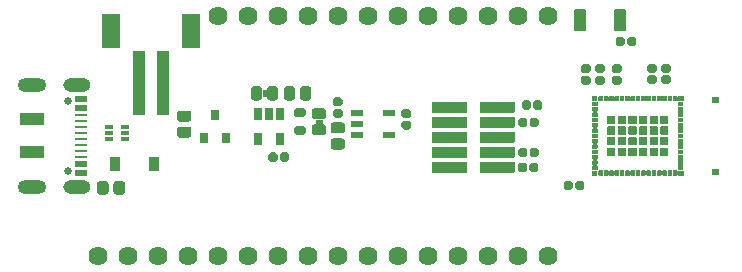
<source format=gbr>
%TF.GenerationSoftware,KiCad,Pcbnew,(5.1.9)-1*%
%TF.CreationDate,2021-04-07T15:03:24-04:00*%
%TF.ProjectId,Finch-Feather,46696e63-682d-4466-9561-746865722e6b,rev?*%
%TF.SameCoordinates,Original*%
%TF.FileFunction,Soldermask,Top*%
%TF.FilePolarity,Negative*%
%FSLAX46Y46*%
G04 Gerber Fmt 4.6, Leading zero omitted, Abs format (unit mm)*
G04 Created by KiCad (PCBNEW (5.1.9)-1) date 2021-04-07 15:03:24*
%MOMM*%
%LPD*%
G01*
G04 APERTURE LIST*
%ADD10C,0.050000*%
%ADD11R,0.650000X1.060000*%
%ADD12R,1.600000X3.000000*%
%ADD13R,1.000000X5.500000*%
%ADD14R,0.900000X1.200000*%
%ADD15R,0.800000X0.900000*%
%ADD16R,1.000001X0.599999*%
%ADD17C,1.620000*%
%ADD18O,2.400000X1.200000*%
%ADD19O,2.316000X1.158000*%
%ADD20C,0.630000*%
%ADD21R,2.000000X1.000000*%
%ADD22C,0.600000*%
%ADD23R,1.000000X0.270000*%
%ADD24R,1.000000X0.520000*%
%ADD25R,0.750000X0.350000*%
G04 APERTURE END LIST*
D10*
%TO.C,C3*%
X140875000Y-96146000D02*
X140875000Y-96654000D01*
X140875000Y-96654000D02*
X141125000Y-96654000D01*
X141125000Y-96654000D02*
X141125000Y-96146000D01*
X141125000Y-96146000D02*
X140875000Y-96146000D01*
X141075000Y-96654000D02*
X141075000Y-96146000D01*
X141025000Y-96654000D02*
X141025000Y-96146000D01*
X140975000Y-96654000D02*
X140975000Y-96146000D01*
X140925000Y-96654000D02*
X140925000Y-96146000D01*
%TO.C,C2*%
X145346000Y-98925000D02*
X145854000Y-98925000D01*
X145854000Y-98925000D02*
X145854000Y-98675000D01*
X145854000Y-98675000D02*
X145346000Y-98675000D01*
X145346000Y-98675000D02*
X145346000Y-98925000D01*
X145854000Y-98725000D02*
X145346000Y-98725000D01*
X145854000Y-98775000D02*
X145346000Y-98775000D01*
X145854000Y-98825000D02*
X145346000Y-98825000D01*
X145854000Y-98875000D02*
X145346000Y-98875000D01*
%TD*%
D11*
%TO.C,U3*%
X142350000Y-98100000D03*
X141400000Y-98100000D03*
X140450000Y-98100000D03*
X140450000Y-100300000D03*
X142350000Y-100300000D03*
%TD*%
D12*
%TO.C,T5*%
X134800000Y-91075000D03*
X128000000Y-91075000D03*
D13*
X132400000Y-95475000D03*
X130400000Y-95475000D03*
%TD*%
%TO.C,R9*%
G36*
G01*
X134566000Y-98792000D02*
X133834000Y-98792000D01*
G75*
G02*
X133598000Y-98556000I0J236000D01*
G01*
X133598000Y-98084000D01*
G75*
G02*
X133834000Y-97848000I236000J0D01*
G01*
X134566000Y-97848000D01*
G75*
G02*
X134802000Y-98084000I0J-236000D01*
G01*
X134802000Y-98556000D01*
G75*
G02*
X134566000Y-98792000I-236000J0D01*
G01*
G37*
G36*
G01*
X134566000Y-100152000D02*
X133834000Y-100152000D01*
G75*
G02*
X133598000Y-99916000I0J236000D01*
G01*
X133598000Y-99444000D01*
G75*
G02*
X133834000Y-99208000I236000J0D01*
G01*
X134566000Y-99208000D01*
G75*
G02*
X134802000Y-99444000I0J-236000D01*
G01*
X134802000Y-99916000D01*
G75*
G02*
X134566000Y-100152000I-236000J0D01*
G01*
G37*
%TD*%
D14*
%TO.C,D3*%
X131650000Y-102400000D03*
X128350000Y-102400000D03*
%TD*%
%TO.C,R8*%
G36*
G01*
X146834000Y-100208000D02*
X147566000Y-100208000D01*
G75*
G02*
X147802000Y-100444000I0J-236000D01*
G01*
X147802000Y-100916000D01*
G75*
G02*
X147566000Y-101152000I-236000J0D01*
G01*
X146834000Y-101152000D01*
G75*
G02*
X146598000Y-100916000I0J236000D01*
G01*
X146598000Y-100444000D01*
G75*
G02*
X146834000Y-100208000I236000J0D01*
G01*
G37*
G36*
G01*
X146834000Y-98848000D02*
X147566000Y-98848000D01*
G75*
G02*
X147802000Y-99084000I0J-236000D01*
G01*
X147802000Y-99556000D01*
G75*
G02*
X147566000Y-99792000I-236000J0D01*
G01*
X146834000Y-99792000D01*
G75*
G02*
X146598000Y-99556000I0J236000D01*
G01*
X146598000Y-99084000D01*
G75*
G02*
X146834000Y-98848000I236000J0D01*
G01*
G37*
%TD*%
D15*
%TO.C,Q1*%
X135850000Y-100200000D03*
X137750000Y-100200000D03*
X136800000Y-98200000D03*
%TD*%
D16*
%TO.C,U2*%
X151574999Y-98049999D03*
X151574999Y-99949998D03*
X148824999Y-99949998D03*
X148824999Y-99000000D03*
X148824999Y-98049999D03*
%TD*%
%TO.C,C10*%
G36*
G01*
X147416250Y-98464500D02*
X146983750Y-98464500D01*
G75*
G02*
X146793000Y-98273750I0J190750D01*
G01*
X146793000Y-97892250D01*
G75*
G02*
X146983750Y-97701500I190750J0D01*
G01*
X147416250Y-97701500D01*
G75*
G02*
X147607000Y-97892250I0J-190750D01*
G01*
X147607000Y-98273750D01*
G75*
G02*
X147416250Y-98464500I-190750J0D01*
G01*
G37*
G36*
G01*
X147416250Y-97498500D02*
X146983750Y-97498500D01*
G75*
G02*
X146793000Y-97307750I0J190750D01*
G01*
X146793000Y-96926250D01*
G75*
G02*
X146983750Y-96735500I190750J0D01*
G01*
X147416250Y-96735500D01*
G75*
G02*
X147607000Y-96926250I0J-190750D01*
G01*
X147607000Y-97307750D01*
G75*
G02*
X147416250Y-97498500I-190750J0D01*
G01*
G37*
%TD*%
%TO.C,M1*%
G36*
G01*
X178970000Y-102784200D02*
X179400000Y-102784200D01*
G75*
G02*
X179450800Y-102835000I0J-50800D01*
G01*
X179450800Y-103265000D01*
G75*
G02*
X179400000Y-103315800I-50800J0D01*
G01*
X178970000Y-103315800D01*
G75*
G02*
X178919200Y-103265000I0J50800D01*
G01*
X178919200Y-102835000D01*
G75*
G02*
X178970000Y-102784200I50800J0D01*
G01*
G37*
G36*
G01*
X178970000Y-96684200D02*
X179400000Y-96684200D01*
G75*
G02*
X179450800Y-96735000I0J-50800D01*
G01*
X179450800Y-97165000D01*
G75*
G02*
X179400000Y-97215800I-50800J0D01*
G01*
X178970000Y-97215800D01*
G75*
G02*
X178919200Y-97165000I0J50800D01*
G01*
X178919200Y-96735000D01*
G75*
G02*
X178970000Y-96684200I50800J0D01*
G01*
G37*
G36*
G01*
X169325000Y-96624200D02*
X169625000Y-96624200D01*
G75*
G02*
X169675800Y-96675000I0J-50800D01*
G01*
X169675800Y-97025000D01*
G75*
G02*
X169625000Y-97075800I-50800J0D01*
G01*
X169325000Y-97075800D01*
G75*
G02*
X169274200Y-97025000I0J50800D01*
G01*
X169274200Y-96675000D01*
G75*
G02*
X169325000Y-96624200I50800J0D01*
G01*
G37*
G36*
G01*
X169775000Y-96624200D02*
X170075000Y-96624200D01*
G75*
G02*
X170125800Y-96675000I0J-50800D01*
G01*
X170125800Y-97025000D01*
G75*
G02*
X170075000Y-97075800I-50800J0D01*
G01*
X169775000Y-97075800D01*
G75*
G02*
X169724200Y-97025000I0J50800D01*
G01*
X169724200Y-96675000D01*
G75*
G02*
X169775000Y-96624200I50800J0D01*
G01*
G37*
G36*
G01*
X170225000Y-96624200D02*
X170525000Y-96624200D01*
G75*
G02*
X170575800Y-96675000I0J-50800D01*
G01*
X170575800Y-97025000D01*
G75*
G02*
X170525000Y-97075800I-50800J0D01*
G01*
X170225000Y-97075800D01*
G75*
G02*
X170174200Y-97025000I0J50800D01*
G01*
X170174200Y-96675000D01*
G75*
G02*
X170225000Y-96624200I50800J0D01*
G01*
G37*
G36*
G01*
X170675000Y-96624200D02*
X170975000Y-96624200D01*
G75*
G02*
X171025800Y-96675000I0J-50800D01*
G01*
X171025800Y-97025000D01*
G75*
G02*
X170975000Y-97075800I-50800J0D01*
G01*
X170675000Y-97075800D01*
G75*
G02*
X170624200Y-97025000I0J50800D01*
G01*
X170624200Y-96675000D01*
G75*
G02*
X170675000Y-96624200I50800J0D01*
G01*
G37*
G36*
G01*
X171125000Y-96624200D02*
X171425000Y-96624200D01*
G75*
G02*
X171475800Y-96675000I0J-50800D01*
G01*
X171475800Y-97025000D01*
G75*
G02*
X171425000Y-97075800I-50800J0D01*
G01*
X171125000Y-97075800D01*
G75*
G02*
X171074200Y-97025000I0J50800D01*
G01*
X171074200Y-96675000D01*
G75*
G02*
X171125000Y-96624200I50800J0D01*
G01*
G37*
G36*
G01*
X171575000Y-96624200D02*
X171875000Y-96624200D01*
G75*
G02*
X171925800Y-96675000I0J-50800D01*
G01*
X171925800Y-97025000D01*
G75*
G02*
X171875000Y-97075800I-50800J0D01*
G01*
X171575000Y-97075800D01*
G75*
G02*
X171524200Y-97025000I0J50800D01*
G01*
X171524200Y-96675000D01*
G75*
G02*
X171575000Y-96624200I50800J0D01*
G01*
G37*
G36*
G01*
X172025000Y-96624200D02*
X172325000Y-96624200D01*
G75*
G02*
X172375800Y-96675000I0J-50800D01*
G01*
X172375800Y-97025000D01*
G75*
G02*
X172325000Y-97075800I-50800J0D01*
G01*
X172025000Y-97075800D01*
G75*
G02*
X171974200Y-97025000I0J50800D01*
G01*
X171974200Y-96675000D01*
G75*
G02*
X172025000Y-96624200I50800J0D01*
G01*
G37*
G36*
G01*
X172475000Y-96624200D02*
X172775000Y-96624200D01*
G75*
G02*
X172825800Y-96675000I0J-50800D01*
G01*
X172825800Y-97025000D01*
G75*
G02*
X172775000Y-97075800I-50800J0D01*
G01*
X172475000Y-97075800D01*
G75*
G02*
X172424200Y-97025000I0J50800D01*
G01*
X172424200Y-96675000D01*
G75*
G02*
X172475000Y-96624200I50800J0D01*
G01*
G37*
G36*
G01*
X172925000Y-96624200D02*
X173225000Y-96624200D01*
G75*
G02*
X173275800Y-96675000I0J-50800D01*
G01*
X173275800Y-97025000D01*
G75*
G02*
X173225000Y-97075800I-50800J0D01*
G01*
X172925000Y-97075800D01*
G75*
G02*
X172874200Y-97025000I0J50800D01*
G01*
X172874200Y-96675000D01*
G75*
G02*
X172925000Y-96624200I50800J0D01*
G01*
G37*
G36*
G01*
X173375000Y-96624200D02*
X173675000Y-96624200D01*
G75*
G02*
X173725800Y-96675000I0J-50800D01*
G01*
X173725800Y-97025000D01*
G75*
G02*
X173675000Y-97075800I-50800J0D01*
G01*
X173375000Y-97075800D01*
G75*
G02*
X173324200Y-97025000I0J50800D01*
G01*
X173324200Y-96675000D01*
G75*
G02*
X173375000Y-96624200I50800J0D01*
G01*
G37*
G36*
G01*
X173825000Y-96624200D02*
X174125000Y-96624200D01*
G75*
G02*
X174175800Y-96675000I0J-50800D01*
G01*
X174175800Y-97025000D01*
G75*
G02*
X174125000Y-97075800I-50800J0D01*
G01*
X173825000Y-97075800D01*
G75*
G02*
X173774200Y-97025000I0J50800D01*
G01*
X173774200Y-96675000D01*
G75*
G02*
X173825000Y-96624200I50800J0D01*
G01*
G37*
G36*
G01*
X174275000Y-96624200D02*
X174575000Y-96624200D01*
G75*
G02*
X174625800Y-96675000I0J-50800D01*
G01*
X174625800Y-97025000D01*
G75*
G02*
X174575000Y-97075800I-50800J0D01*
G01*
X174275000Y-97075800D01*
G75*
G02*
X174224200Y-97025000I0J50800D01*
G01*
X174224200Y-96675000D01*
G75*
G02*
X174275000Y-96624200I50800J0D01*
G01*
G37*
G36*
G01*
X174725000Y-96624200D02*
X175025000Y-96624200D01*
G75*
G02*
X175075800Y-96675000I0J-50800D01*
G01*
X175075800Y-97025000D01*
G75*
G02*
X175025000Y-97075800I-50800J0D01*
G01*
X174725000Y-97075800D01*
G75*
G02*
X174674200Y-97025000I0J50800D01*
G01*
X174674200Y-96675000D01*
G75*
G02*
X174725000Y-96624200I50800J0D01*
G01*
G37*
G36*
G01*
X175175000Y-96624200D02*
X175475000Y-96624200D01*
G75*
G02*
X175525800Y-96675000I0J-50800D01*
G01*
X175525800Y-97025000D01*
G75*
G02*
X175475000Y-97075800I-50800J0D01*
G01*
X175175000Y-97075800D01*
G75*
G02*
X175124200Y-97025000I0J50800D01*
G01*
X175124200Y-96675000D01*
G75*
G02*
X175175000Y-96624200I50800J0D01*
G01*
G37*
G36*
G01*
X175625000Y-96624200D02*
X175925000Y-96624200D01*
G75*
G02*
X175975800Y-96675000I0J-50800D01*
G01*
X175975800Y-97025000D01*
G75*
G02*
X175925000Y-97075800I-50800J0D01*
G01*
X175625000Y-97075800D01*
G75*
G02*
X175574200Y-97025000I0J50800D01*
G01*
X175574200Y-96675000D01*
G75*
G02*
X175625000Y-96624200I50800J0D01*
G01*
G37*
G36*
G01*
X168775000Y-96599200D02*
X169125000Y-96599200D01*
G75*
G02*
X169175800Y-96650000I0J-50800D01*
G01*
X169175800Y-97000000D01*
G75*
G02*
X169125000Y-97050800I-50800J0D01*
G01*
X168775000Y-97050800D01*
G75*
G02*
X168724200Y-97000000I0J50800D01*
G01*
X168724200Y-96650000D01*
G75*
G02*
X168775000Y-96599200I50800J0D01*
G01*
G37*
G36*
G01*
X168749200Y-97450000D02*
X168749200Y-97150000D01*
G75*
G02*
X168800000Y-97099200I50800J0D01*
G01*
X169150000Y-97099200D01*
G75*
G02*
X169200800Y-97150000I0J-50800D01*
G01*
X169200800Y-97450000D01*
G75*
G02*
X169150000Y-97500800I-50800J0D01*
G01*
X168800000Y-97500800D01*
G75*
G02*
X168749200Y-97450000I0J50800D01*
G01*
G37*
G36*
G01*
X168749200Y-97900000D02*
X168749200Y-97600000D01*
G75*
G02*
X168800000Y-97549200I50800J0D01*
G01*
X169150000Y-97549200D01*
G75*
G02*
X169200800Y-97600000I0J-50800D01*
G01*
X169200800Y-97900000D01*
G75*
G02*
X169150000Y-97950800I-50800J0D01*
G01*
X168800000Y-97950800D01*
G75*
G02*
X168749200Y-97900000I0J50800D01*
G01*
G37*
G36*
G01*
X168749200Y-98350000D02*
X168749200Y-98050000D01*
G75*
G02*
X168800000Y-97999200I50800J0D01*
G01*
X169150000Y-97999200D01*
G75*
G02*
X169200800Y-98050000I0J-50800D01*
G01*
X169200800Y-98350000D01*
G75*
G02*
X169150000Y-98400800I-50800J0D01*
G01*
X168800000Y-98400800D01*
G75*
G02*
X168749200Y-98350000I0J50800D01*
G01*
G37*
G36*
G01*
X168749200Y-98800000D02*
X168749200Y-98500000D01*
G75*
G02*
X168800000Y-98449200I50800J0D01*
G01*
X169150000Y-98449200D01*
G75*
G02*
X169200800Y-98500000I0J-50800D01*
G01*
X169200800Y-98800000D01*
G75*
G02*
X169150000Y-98850800I-50800J0D01*
G01*
X168800000Y-98850800D01*
G75*
G02*
X168749200Y-98800000I0J50800D01*
G01*
G37*
G36*
G01*
X168749200Y-99250000D02*
X168749200Y-98950000D01*
G75*
G02*
X168800000Y-98899200I50800J0D01*
G01*
X169150000Y-98899200D01*
G75*
G02*
X169200800Y-98950000I0J-50800D01*
G01*
X169200800Y-99250000D01*
G75*
G02*
X169150000Y-99300800I-50800J0D01*
G01*
X168800000Y-99300800D01*
G75*
G02*
X168749200Y-99250000I0J50800D01*
G01*
G37*
G36*
G01*
X168749200Y-99700000D02*
X168749200Y-99400000D01*
G75*
G02*
X168800000Y-99349200I50800J0D01*
G01*
X169150000Y-99349200D01*
G75*
G02*
X169200800Y-99400000I0J-50800D01*
G01*
X169200800Y-99700000D01*
G75*
G02*
X169150000Y-99750800I-50800J0D01*
G01*
X168800000Y-99750800D01*
G75*
G02*
X168749200Y-99700000I0J50800D01*
G01*
G37*
G36*
G01*
X168775000Y-102949200D02*
X169125000Y-102949200D01*
G75*
G02*
X169175800Y-103000000I0J-50800D01*
G01*
X169175800Y-103350000D01*
G75*
G02*
X169125000Y-103400800I-50800J0D01*
G01*
X168775000Y-103400800D01*
G75*
G02*
X168724200Y-103350000I0J50800D01*
G01*
X168724200Y-103000000D01*
G75*
G02*
X168775000Y-102949200I50800J0D01*
G01*
G37*
G36*
G01*
X168800000Y-102499200D02*
X169150000Y-102499200D01*
G75*
G02*
X169200800Y-102550000I0J-50800D01*
G01*
X169200800Y-102850000D01*
G75*
G02*
X169150000Y-102900800I-50800J0D01*
G01*
X168800000Y-102900800D01*
G75*
G02*
X168749200Y-102850000I0J50800D01*
G01*
X168749200Y-102550000D01*
G75*
G02*
X168800000Y-102499200I50800J0D01*
G01*
G37*
G36*
G01*
X168749200Y-102400000D02*
X168749200Y-102100000D01*
G75*
G02*
X168800000Y-102049200I50800J0D01*
G01*
X169150000Y-102049200D01*
G75*
G02*
X169200800Y-102100000I0J-50800D01*
G01*
X169200800Y-102400000D01*
G75*
G02*
X169150000Y-102450800I-50800J0D01*
G01*
X168800000Y-102450800D01*
G75*
G02*
X168749200Y-102400000I0J50800D01*
G01*
G37*
G36*
G01*
X168749200Y-101950000D02*
X168749200Y-101650000D01*
G75*
G02*
X168800000Y-101599200I50800J0D01*
G01*
X169150000Y-101599200D01*
G75*
G02*
X169200800Y-101650000I0J-50800D01*
G01*
X169200800Y-101950000D01*
G75*
G02*
X169150000Y-102000800I-50800J0D01*
G01*
X168800000Y-102000800D01*
G75*
G02*
X168749200Y-101950000I0J50800D01*
G01*
G37*
G36*
G01*
X168749200Y-101500000D02*
X168749200Y-101200000D01*
G75*
G02*
X168800000Y-101149200I50800J0D01*
G01*
X169150000Y-101149200D01*
G75*
G02*
X169200800Y-101200000I0J-50800D01*
G01*
X169200800Y-101500000D01*
G75*
G02*
X169150000Y-101550800I-50800J0D01*
G01*
X168800000Y-101550800D01*
G75*
G02*
X168749200Y-101500000I0J50800D01*
G01*
G37*
G36*
G01*
X168749200Y-101050000D02*
X168749200Y-100750000D01*
G75*
G02*
X168800000Y-100699200I50800J0D01*
G01*
X169150000Y-100699200D01*
G75*
G02*
X169200800Y-100750000I0J-50800D01*
G01*
X169200800Y-101050000D01*
G75*
G02*
X169150000Y-101100800I-50800J0D01*
G01*
X168800000Y-101100800D01*
G75*
G02*
X168749200Y-101050000I0J50800D01*
G01*
G37*
G36*
G01*
X168749200Y-100600000D02*
X168749200Y-100300000D01*
G75*
G02*
X168800000Y-100249200I50800J0D01*
G01*
X169150000Y-100249200D01*
G75*
G02*
X169200800Y-100300000I0J-50800D01*
G01*
X169200800Y-100600000D01*
G75*
G02*
X169150000Y-100650800I-50800J0D01*
G01*
X168800000Y-100650800D01*
G75*
G02*
X168749200Y-100600000I0J50800D01*
G01*
G37*
G36*
G01*
X168749200Y-100150000D02*
X168749200Y-99850000D01*
G75*
G02*
X168800000Y-99799200I50800J0D01*
G01*
X169150000Y-99799200D01*
G75*
G02*
X169200800Y-99850000I0J-50800D01*
G01*
X169200800Y-100150000D01*
G75*
G02*
X169150000Y-100200800I-50800J0D01*
G01*
X168800000Y-100200800D01*
G75*
G02*
X168749200Y-100150000I0J50800D01*
G01*
G37*
G36*
G01*
X169325000Y-102924200D02*
X169625000Y-102924200D01*
G75*
G02*
X169675800Y-102975000I0J-50800D01*
G01*
X169675800Y-103325000D01*
G75*
G02*
X169625000Y-103375800I-50800J0D01*
G01*
X169325000Y-103375800D01*
G75*
G02*
X169274200Y-103325000I0J50800D01*
G01*
X169274200Y-102975000D01*
G75*
G02*
X169325000Y-102924200I50800J0D01*
G01*
G37*
G36*
G01*
X169775000Y-102924200D02*
X170075000Y-102924200D01*
G75*
G02*
X170125800Y-102975000I0J-50800D01*
G01*
X170125800Y-103325000D01*
G75*
G02*
X170075000Y-103375800I-50800J0D01*
G01*
X169775000Y-103375800D01*
G75*
G02*
X169724200Y-103325000I0J50800D01*
G01*
X169724200Y-102975000D01*
G75*
G02*
X169775000Y-102924200I50800J0D01*
G01*
G37*
G36*
G01*
X170225000Y-102924200D02*
X170525000Y-102924200D01*
G75*
G02*
X170575800Y-102975000I0J-50800D01*
G01*
X170575800Y-103325000D01*
G75*
G02*
X170525000Y-103375800I-50800J0D01*
G01*
X170225000Y-103375800D01*
G75*
G02*
X170174200Y-103325000I0J50800D01*
G01*
X170174200Y-102975000D01*
G75*
G02*
X170225000Y-102924200I50800J0D01*
G01*
G37*
G36*
G01*
X170675000Y-102924200D02*
X170975000Y-102924200D01*
G75*
G02*
X171025800Y-102975000I0J-50800D01*
G01*
X171025800Y-103325000D01*
G75*
G02*
X170975000Y-103375800I-50800J0D01*
G01*
X170675000Y-103375800D01*
G75*
G02*
X170624200Y-103325000I0J50800D01*
G01*
X170624200Y-102975000D01*
G75*
G02*
X170675000Y-102924200I50800J0D01*
G01*
G37*
G36*
G01*
X171125000Y-102924200D02*
X171425000Y-102924200D01*
G75*
G02*
X171475800Y-102975000I0J-50800D01*
G01*
X171475800Y-103325000D01*
G75*
G02*
X171425000Y-103375800I-50800J0D01*
G01*
X171125000Y-103375800D01*
G75*
G02*
X171074200Y-103325000I0J50800D01*
G01*
X171074200Y-102975000D01*
G75*
G02*
X171125000Y-102924200I50800J0D01*
G01*
G37*
G36*
G01*
X171575000Y-102924200D02*
X171875000Y-102924200D01*
G75*
G02*
X171925800Y-102975000I0J-50800D01*
G01*
X171925800Y-103325000D01*
G75*
G02*
X171875000Y-103375800I-50800J0D01*
G01*
X171575000Y-103375800D01*
G75*
G02*
X171524200Y-103325000I0J50800D01*
G01*
X171524200Y-102975000D01*
G75*
G02*
X171575000Y-102924200I50800J0D01*
G01*
G37*
G36*
G01*
X172025000Y-102924200D02*
X172325000Y-102924200D01*
G75*
G02*
X172375800Y-102975000I0J-50800D01*
G01*
X172375800Y-103325000D01*
G75*
G02*
X172325000Y-103375800I-50800J0D01*
G01*
X172025000Y-103375800D01*
G75*
G02*
X171974200Y-103325000I0J50800D01*
G01*
X171974200Y-102975000D01*
G75*
G02*
X172025000Y-102924200I50800J0D01*
G01*
G37*
G36*
G01*
X172475000Y-102924200D02*
X172775000Y-102924200D01*
G75*
G02*
X172825800Y-102975000I0J-50800D01*
G01*
X172825800Y-103325000D01*
G75*
G02*
X172775000Y-103375800I-50800J0D01*
G01*
X172475000Y-103375800D01*
G75*
G02*
X172424200Y-103325000I0J50800D01*
G01*
X172424200Y-102975000D01*
G75*
G02*
X172475000Y-102924200I50800J0D01*
G01*
G37*
G36*
G01*
X172925000Y-102924200D02*
X173225000Y-102924200D01*
G75*
G02*
X173275800Y-102975000I0J-50800D01*
G01*
X173275800Y-103325000D01*
G75*
G02*
X173225000Y-103375800I-50800J0D01*
G01*
X172925000Y-103375800D01*
G75*
G02*
X172874200Y-103325000I0J50800D01*
G01*
X172874200Y-102975000D01*
G75*
G02*
X172925000Y-102924200I50800J0D01*
G01*
G37*
G36*
G01*
X173375000Y-102924200D02*
X173675000Y-102924200D01*
G75*
G02*
X173725800Y-102975000I0J-50800D01*
G01*
X173725800Y-103325000D01*
G75*
G02*
X173675000Y-103375800I-50800J0D01*
G01*
X173375000Y-103375800D01*
G75*
G02*
X173324200Y-103325000I0J50800D01*
G01*
X173324200Y-102975000D01*
G75*
G02*
X173375000Y-102924200I50800J0D01*
G01*
G37*
G36*
G01*
X173825000Y-102924200D02*
X174125000Y-102924200D01*
G75*
G02*
X174175800Y-102975000I0J-50800D01*
G01*
X174175800Y-103325000D01*
G75*
G02*
X174125000Y-103375800I-50800J0D01*
G01*
X173825000Y-103375800D01*
G75*
G02*
X173774200Y-103325000I0J50800D01*
G01*
X173774200Y-102975000D01*
G75*
G02*
X173825000Y-102924200I50800J0D01*
G01*
G37*
G36*
G01*
X174275000Y-102924200D02*
X174575000Y-102924200D01*
G75*
G02*
X174625800Y-102975000I0J-50800D01*
G01*
X174625800Y-103325000D01*
G75*
G02*
X174575000Y-103375800I-50800J0D01*
G01*
X174275000Y-103375800D01*
G75*
G02*
X174224200Y-103325000I0J50800D01*
G01*
X174224200Y-102975000D01*
G75*
G02*
X174275000Y-102924200I50800J0D01*
G01*
G37*
G36*
G01*
X174725000Y-102924200D02*
X175025000Y-102924200D01*
G75*
G02*
X175075800Y-102975000I0J-50800D01*
G01*
X175075800Y-103325000D01*
G75*
G02*
X175025000Y-103375800I-50800J0D01*
G01*
X174725000Y-103375800D01*
G75*
G02*
X174674200Y-103325000I0J50800D01*
G01*
X174674200Y-102975000D01*
G75*
G02*
X174725000Y-102924200I50800J0D01*
G01*
G37*
G36*
G01*
X175175000Y-102924200D02*
X175475000Y-102924200D01*
G75*
G02*
X175525800Y-102975000I0J-50800D01*
G01*
X175525800Y-103325000D01*
G75*
G02*
X175475000Y-103375800I-50800J0D01*
G01*
X175175000Y-103375800D01*
G75*
G02*
X175124200Y-103325000I0J50800D01*
G01*
X175124200Y-102975000D01*
G75*
G02*
X175175000Y-102924200I50800J0D01*
G01*
G37*
G36*
G01*
X175625000Y-102924200D02*
X175925000Y-102924200D01*
G75*
G02*
X175975800Y-102975000I0J-50800D01*
G01*
X175975800Y-103325000D01*
G75*
G02*
X175925000Y-103375800I-50800J0D01*
G01*
X175625000Y-103375800D01*
G75*
G02*
X175574200Y-103325000I0J50800D01*
G01*
X175574200Y-102975000D01*
G75*
G02*
X175625000Y-102924200I50800J0D01*
G01*
G37*
G36*
G01*
X176075000Y-96599200D02*
X176425000Y-96599200D01*
G75*
G02*
X176475800Y-96650000I0J-50800D01*
G01*
X176475800Y-97000000D01*
G75*
G02*
X176425000Y-97050800I-50800J0D01*
G01*
X176075000Y-97050800D01*
G75*
G02*
X176024200Y-97000000I0J50800D01*
G01*
X176024200Y-96650000D01*
G75*
G02*
X176075000Y-96599200I50800J0D01*
G01*
G37*
G36*
G01*
X175999200Y-97450000D02*
X175999200Y-97150000D01*
G75*
G02*
X176050000Y-97099200I50800J0D01*
G01*
X176400000Y-97099200D01*
G75*
G02*
X176450800Y-97150000I0J-50800D01*
G01*
X176450800Y-97450000D01*
G75*
G02*
X176400000Y-97500800I-50800J0D01*
G01*
X176050000Y-97500800D01*
G75*
G02*
X175999200Y-97450000I0J50800D01*
G01*
G37*
G36*
G01*
X175999200Y-97900000D02*
X175999200Y-97600000D01*
G75*
G02*
X176050000Y-97549200I50800J0D01*
G01*
X176400000Y-97549200D01*
G75*
G02*
X176450800Y-97600000I0J-50800D01*
G01*
X176450800Y-97900000D01*
G75*
G02*
X176400000Y-97950800I-50800J0D01*
G01*
X176050000Y-97950800D01*
G75*
G02*
X175999200Y-97900000I0J50800D01*
G01*
G37*
G36*
G01*
X175999200Y-98350000D02*
X175999200Y-98050000D01*
G75*
G02*
X176050000Y-97999200I50800J0D01*
G01*
X176400000Y-97999200D01*
G75*
G02*
X176450800Y-98050000I0J-50800D01*
G01*
X176450800Y-98350000D01*
G75*
G02*
X176400000Y-98400800I-50800J0D01*
G01*
X176050000Y-98400800D01*
G75*
G02*
X175999200Y-98350000I0J50800D01*
G01*
G37*
G36*
G01*
X175999200Y-98800000D02*
X175999200Y-98500000D01*
G75*
G02*
X176050000Y-98449200I50800J0D01*
G01*
X176400000Y-98449200D01*
G75*
G02*
X176450800Y-98500000I0J-50800D01*
G01*
X176450800Y-98800000D01*
G75*
G02*
X176400000Y-98850800I-50800J0D01*
G01*
X176050000Y-98850800D01*
G75*
G02*
X175999200Y-98800000I0J50800D01*
G01*
G37*
G36*
G01*
X175999200Y-99250000D02*
X175999200Y-98950000D01*
G75*
G02*
X176050000Y-98899200I50800J0D01*
G01*
X176400000Y-98899200D01*
G75*
G02*
X176450800Y-98950000I0J-50800D01*
G01*
X176450800Y-99250000D01*
G75*
G02*
X176400000Y-99300800I-50800J0D01*
G01*
X176050000Y-99300800D01*
G75*
G02*
X175999200Y-99250000I0J50800D01*
G01*
G37*
G36*
G01*
X175999200Y-99700000D02*
X175999200Y-99400000D01*
G75*
G02*
X176050000Y-99349200I50800J0D01*
G01*
X176400000Y-99349200D01*
G75*
G02*
X176450800Y-99400000I0J-50800D01*
G01*
X176450800Y-99700000D01*
G75*
G02*
X176400000Y-99750800I-50800J0D01*
G01*
X176050000Y-99750800D01*
G75*
G02*
X175999200Y-99700000I0J50800D01*
G01*
G37*
G36*
G01*
X176075000Y-102949200D02*
X176425000Y-102949200D01*
G75*
G02*
X176475800Y-103000000I0J-50800D01*
G01*
X176475800Y-103350000D01*
G75*
G02*
X176425000Y-103400800I-50800J0D01*
G01*
X176075000Y-103400800D01*
G75*
G02*
X176024200Y-103350000I0J50800D01*
G01*
X176024200Y-103000000D01*
G75*
G02*
X176075000Y-102949200I50800J0D01*
G01*
G37*
G36*
G01*
X175999200Y-102850000D02*
X175999200Y-102550000D01*
G75*
G02*
X176050000Y-102499200I50800J0D01*
G01*
X176400000Y-102499200D01*
G75*
G02*
X176450800Y-102550000I0J-50800D01*
G01*
X176450800Y-102850000D01*
G75*
G02*
X176400000Y-102900800I-50800J0D01*
G01*
X176050000Y-102900800D01*
G75*
G02*
X175999200Y-102850000I0J50800D01*
G01*
G37*
G36*
G01*
X175999200Y-102400000D02*
X175999200Y-102100000D01*
G75*
G02*
X176050000Y-102049200I50800J0D01*
G01*
X176400000Y-102049200D01*
G75*
G02*
X176450800Y-102100000I0J-50800D01*
G01*
X176450800Y-102400000D01*
G75*
G02*
X176400000Y-102450800I-50800J0D01*
G01*
X176050000Y-102450800D01*
G75*
G02*
X175999200Y-102400000I0J50800D01*
G01*
G37*
G36*
G01*
X175999200Y-101950000D02*
X175999200Y-101650000D01*
G75*
G02*
X176050000Y-101599200I50800J0D01*
G01*
X176400000Y-101599200D01*
G75*
G02*
X176450800Y-101650000I0J-50800D01*
G01*
X176450800Y-101950000D01*
G75*
G02*
X176400000Y-102000800I-50800J0D01*
G01*
X176050000Y-102000800D01*
G75*
G02*
X175999200Y-101950000I0J50800D01*
G01*
G37*
G36*
G01*
X175999200Y-101500000D02*
X175999200Y-101200000D01*
G75*
G02*
X176050000Y-101149200I50800J0D01*
G01*
X176400000Y-101149200D01*
G75*
G02*
X176450800Y-101200000I0J-50800D01*
G01*
X176450800Y-101500000D01*
G75*
G02*
X176400000Y-101550800I-50800J0D01*
G01*
X176050000Y-101550800D01*
G75*
G02*
X175999200Y-101500000I0J50800D01*
G01*
G37*
G36*
G01*
X175999200Y-101050000D02*
X175999200Y-100750000D01*
G75*
G02*
X176050000Y-100699200I50800J0D01*
G01*
X176400000Y-100699200D01*
G75*
G02*
X176450800Y-100750000I0J-50800D01*
G01*
X176450800Y-101050000D01*
G75*
G02*
X176400000Y-101100800I-50800J0D01*
G01*
X176050000Y-101100800D01*
G75*
G02*
X175999200Y-101050000I0J50800D01*
G01*
G37*
G36*
G01*
X175999200Y-100600000D02*
X175999200Y-100300000D01*
G75*
G02*
X176050000Y-100249200I50800J0D01*
G01*
X176400000Y-100249200D01*
G75*
G02*
X176450800Y-100300000I0J-50800D01*
G01*
X176450800Y-100600000D01*
G75*
G02*
X176400000Y-100650800I-50800J0D01*
G01*
X176050000Y-100650800D01*
G75*
G02*
X175999200Y-100600000I0J50800D01*
G01*
G37*
G36*
G01*
X175999200Y-100150000D02*
X175999200Y-99850000D01*
G75*
G02*
X176050000Y-99799200I50800J0D01*
G01*
X176400000Y-99799200D01*
G75*
G02*
X176450800Y-99850000I0J-50800D01*
G01*
X176450800Y-100150000D01*
G75*
G02*
X176400000Y-100200800I-50800J0D01*
G01*
X176050000Y-100200800D01*
G75*
G02*
X175999200Y-100150000I0J50800D01*
G01*
G37*
G36*
G01*
X170050000Y-100999200D02*
X170650000Y-100999200D01*
G75*
G02*
X170700800Y-101050000I0J-50800D01*
G01*
X170700800Y-101650000D01*
G75*
G02*
X170650000Y-101700800I-50800J0D01*
G01*
X170050000Y-101700800D01*
G75*
G02*
X169999200Y-101650000I0J50800D01*
G01*
X169999200Y-101050000D01*
G75*
G02*
X170050000Y-100999200I50800J0D01*
G01*
G37*
G36*
G01*
X170950000Y-100999200D02*
X171550000Y-100999200D01*
G75*
G02*
X171600800Y-101050000I0J-50800D01*
G01*
X171600800Y-101650000D01*
G75*
G02*
X171550000Y-101700800I-50800J0D01*
G01*
X170950000Y-101700800D01*
G75*
G02*
X170899200Y-101650000I0J50800D01*
G01*
X170899200Y-101050000D01*
G75*
G02*
X170950000Y-100999200I50800J0D01*
G01*
G37*
G36*
G01*
X171850000Y-100999200D02*
X172450000Y-100999200D01*
G75*
G02*
X172500800Y-101050000I0J-50800D01*
G01*
X172500800Y-101650000D01*
G75*
G02*
X172450000Y-101700800I-50800J0D01*
G01*
X171850000Y-101700800D01*
G75*
G02*
X171799200Y-101650000I0J50800D01*
G01*
X171799200Y-101050000D01*
G75*
G02*
X171850000Y-100999200I50800J0D01*
G01*
G37*
G36*
G01*
X172750000Y-100999200D02*
X173350000Y-100999200D01*
G75*
G02*
X173400800Y-101050000I0J-50800D01*
G01*
X173400800Y-101650000D01*
G75*
G02*
X173350000Y-101700800I-50800J0D01*
G01*
X172750000Y-101700800D01*
G75*
G02*
X172699200Y-101650000I0J50800D01*
G01*
X172699200Y-101050000D01*
G75*
G02*
X172750000Y-100999200I50800J0D01*
G01*
G37*
G36*
G01*
X173650000Y-100999200D02*
X174250000Y-100999200D01*
G75*
G02*
X174300800Y-101050000I0J-50800D01*
G01*
X174300800Y-101650000D01*
G75*
G02*
X174250000Y-101700800I-50800J0D01*
G01*
X173650000Y-101700800D01*
G75*
G02*
X173599200Y-101650000I0J50800D01*
G01*
X173599200Y-101050000D01*
G75*
G02*
X173650000Y-100999200I50800J0D01*
G01*
G37*
G36*
G01*
X174550000Y-100999200D02*
X175150000Y-100999200D01*
G75*
G02*
X175200800Y-101050000I0J-50800D01*
G01*
X175200800Y-101650000D01*
G75*
G02*
X175150000Y-101700800I-50800J0D01*
G01*
X174550000Y-101700800D01*
G75*
G02*
X174499200Y-101650000I0J50800D01*
G01*
X174499200Y-101050000D01*
G75*
G02*
X174550000Y-100999200I50800J0D01*
G01*
G37*
G36*
G01*
X170050000Y-100099200D02*
X170650000Y-100099200D01*
G75*
G02*
X170700800Y-100150000I0J-50800D01*
G01*
X170700800Y-100750000D01*
G75*
G02*
X170650000Y-100800800I-50800J0D01*
G01*
X170050000Y-100800800D01*
G75*
G02*
X169999200Y-100750000I0J50800D01*
G01*
X169999200Y-100150000D01*
G75*
G02*
X170050000Y-100099200I50800J0D01*
G01*
G37*
G36*
G01*
X170950000Y-100099200D02*
X171550000Y-100099200D01*
G75*
G02*
X171600800Y-100150000I0J-50800D01*
G01*
X171600800Y-100750000D01*
G75*
G02*
X171550000Y-100800800I-50800J0D01*
G01*
X170950000Y-100800800D01*
G75*
G02*
X170899200Y-100750000I0J50800D01*
G01*
X170899200Y-100150000D01*
G75*
G02*
X170950000Y-100099200I50800J0D01*
G01*
G37*
G36*
G01*
X171850000Y-100099200D02*
X172450000Y-100099200D01*
G75*
G02*
X172500800Y-100150000I0J-50800D01*
G01*
X172500800Y-100750000D01*
G75*
G02*
X172450000Y-100800800I-50800J0D01*
G01*
X171850000Y-100800800D01*
G75*
G02*
X171799200Y-100750000I0J50800D01*
G01*
X171799200Y-100150000D01*
G75*
G02*
X171850000Y-100099200I50800J0D01*
G01*
G37*
G36*
G01*
X172750000Y-100099200D02*
X173350000Y-100099200D01*
G75*
G02*
X173400800Y-100150000I0J-50800D01*
G01*
X173400800Y-100750000D01*
G75*
G02*
X173350000Y-100800800I-50800J0D01*
G01*
X172750000Y-100800800D01*
G75*
G02*
X172699200Y-100750000I0J50800D01*
G01*
X172699200Y-100150000D01*
G75*
G02*
X172750000Y-100099200I50800J0D01*
G01*
G37*
G36*
G01*
X173650000Y-100099200D02*
X174250000Y-100099200D01*
G75*
G02*
X174300800Y-100150000I0J-50800D01*
G01*
X174300800Y-100750000D01*
G75*
G02*
X174250000Y-100800800I-50800J0D01*
G01*
X173650000Y-100800800D01*
G75*
G02*
X173599200Y-100750000I0J50800D01*
G01*
X173599200Y-100150000D01*
G75*
G02*
X173650000Y-100099200I50800J0D01*
G01*
G37*
G36*
G01*
X174550000Y-100099200D02*
X175150000Y-100099200D01*
G75*
G02*
X175200800Y-100150000I0J-50800D01*
G01*
X175200800Y-100750000D01*
G75*
G02*
X175150000Y-100800800I-50800J0D01*
G01*
X174550000Y-100800800D01*
G75*
G02*
X174499200Y-100750000I0J50800D01*
G01*
X174499200Y-100150000D01*
G75*
G02*
X174550000Y-100099200I50800J0D01*
G01*
G37*
G36*
G01*
X170050000Y-99199200D02*
X170650000Y-99199200D01*
G75*
G02*
X170700800Y-99250000I0J-50800D01*
G01*
X170700800Y-99850000D01*
G75*
G02*
X170650000Y-99900800I-50800J0D01*
G01*
X170050000Y-99900800D01*
G75*
G02*
X169999200Y-99850000I0J50800D01*
G01*
X169999200Y-99250000D01*
G75*
G02*
X170050000Y-99199200I50800J0D01*
G01*
G37*
G36*
G01*
X170950000Y-99199200D02*
X171550000Y-99199200D01*
G75*
G02*
X171600800Y-99250000I0J-50800D01*
G01*
X171600800Y-99850000D01*
G75*
G02*
X171550000Y-99900800I-50800J0D01*
G01*
X170950000Y-99900800D01*
G75*
G02*
X170899200Y-99850000I0J50800D01*
G01*
X170899200Y-99250000D01*
G75*
G02*
X170950000Y-99199200I50800J0D01*
G01*
G37*
G36*
G01*
X171850000Y-99199200D02*
X172450000Y-99199200D01*
G75*
G02*
X172500800Y-99250000I0J-50800D01*
G01*
X172500800Y-99850000D01*
G75*
G02*
X172450000Y-99900800I-50800J0D01*
G01*
X171850000Y-99900800D01*
G75*
G02*
X171799200Y-99850000I0J50800D01*
G01*
X171799200Y-99250000D01*
G75*
G02*
X171850000Y-99199200I50800J0D01*
G01*
G37*
G36*
G01*
X172750000Y-99199200D02*
X173350000Y-99199200D01*
G75*
G02*
X173400800Y-99250000I0J-50800D01*
G01*
X173400800Y-99850000D01*
G75*
G02*
X173350000Y-99900800I-50800J0D01*
G01*
X172750000Y-99900800D01*
G75*
G02*
X172699200Y-99850000I0J50800D01*
G01*
X172699200Y-99250000D01*
G75*
G02*
X172750000Y-99199200I50800J0D01*
G01*
G37*
G36*
G01*
X173650000Y-99199200D02*
X174250000Y-99199200D01*
G75*
G02*
X174300800Y-99250000I0J-50800D01*
G01*
X174300800Y-99850000D01*
G75*
G02*
X174250000Y-99900800I-50800J0D01*
G01*
X173650000Y-99900800D01*
G75*
G02*
X173599200Y-99850000I0J50800D01*
G01*
X173599200Y-99250000D01*
G75*
G02*
X173650000Y-99199200I50800J0D01*
G01*
G37*
G36*
G01*
X174550000Y-99199200D02*
X175150000Y-99199200D01*
G75*
G02*
X175200800Y-99250000I0J-50800D01*
G01*
X175200800Y-99850000D01*
G75*
G02*
X175150000Y-99900800I-50800J0D01*
G01*
X174550000Y-99900800D01*
G75*
G02*
X174499200Y-99850000I0J50800D01*
G01*
X174499200Y-99250000D01*
G75*
G02*
X174550000Y-99199200I50800J0D01*
G01*
G37*
G36*
G01*
X170050000Y-98299200D02*
X170650000Y-98299200D01*
G75*
G02*
X170700800Y-98350000I0J-50800D01*
G01*
X170700800Y-98950000D01*
G75*
G02*
X170650000Y-99000800I-50800J0D01*
G01*
X170050000Y-99000800D01*
G75*
G02*
X169999200Y-98950000I0J50800D01*
G01*
X169999200Y-98350000D01*
G75*
G02*
X170050000Y-98299200I50800J0D01*
G01*
G37*
G36*
G01*
X170950000Y-98299200D02*
X171550000Y-98299200D01*
G75*
G02*
X171600800Y-98350000I0J-50800D01*
G01*
X171600800Y-98950000D01*
G75*
G02*
X171550000Y-99000800I-50800J0D01*
G01*
X170950000Y-99000800D01*
G75*
G02*
X170899200Y-98950000I0J50800D01*
G01*
X170899200Y-98350000D01*
G75*
G02*
X170950000Y-98299200I50800J0D01*
G01*
G37*
G36*
G01*
X171850000Y-98299200D02*
X172450000Y-98299200D01*
G75*
G02*
X172500800Y-98350000I0J-50800D01*
G01*
X172500800Y-98950000D01*
G75*
G02*
X172450000Y-99000800I-50800J0D01*
G01*
X171850000Y-99000800D01*
G75*
G02*
X171799200Y-98950000I0J50800D01*
G01*
X171799200Y-98350000D01*
G75*
G02*
X171850000Y-98299200I50800J0D01*
G01*
G37*
G36*
G01*
X172750000Y-98299200D02*
X173350000Y-98299200D01*
G75*
G02*
X173400800Y-98350000I0J-50800D01*
G01*
X173400800Y-98950000D01*
G75*
G02*
X173350000Y-99000800I-50800J0D01*
G01*
X172750000Y-99000800D01*
G75*
G02*
X172699200Y-98950000I0J50800D01*
G01*
X172699200Y-98350000D01*
G75*
G02*
X172750000Y-98299200I50800J0D01*
G01*
G37*
G36*
G01*
X173650000Y-98299200D02*
X174250000Y-98299200D01*
G75*
G02*
X174300800Y-98350000I0J-50800D01*
G01*
X174300800Y-98950000D01*
G75*
G02*
X174250000Y-99000800I-50800J0D01*
G01*
X173650000Y-99000800D01*
G75*
G02*
X173599200Y-98950000I0J50800D01*
G01*
X173599200Y-98350000D01*
G75*
G02*
X173650000Y-98299200I50800J0D01*
G01*
G37*
G36*
G01*
X174550000Y-98299200D02*
X175150000Y-98299200D01*
G75*
G02*
X175200800Y-98350000I0J-50800D01*
G01*
X175200800Y-98950000D01*
G75*
G02*
X175150000Y-99000800I-50800J0D01*
G01*
X174550000Y-99000800D01*
G75*
G02*
X174499200Y-98950000I0J50800D01*
G01*
X174499200Y-98350000D01*
G75*
G02*
X174550000Y-98299200I50800J0D01*
G01*
G37*
%TD*%
D17*
%TO.C,T2*%
X165000000Y-89840000D03*
X162460000Y-89840000D03*
X159920000Y-89840000D03*
X157380000Y-89840000D03*
X154840000Y-89840000D03*
X152300000Y-89840000D03*
X149760000Y-89840000D03*
X147220000Y-89840000D03*
X144680000Y-89840000D03*
X142140000Y-89840000D03*
X139600000Y-89840000D03*
X137060000Y-89840000D03*
%TD*%
%TO.C,T4*%
X165000000Y-110160000D03*
X162460000Y-110160000D03*
X159920000Y-110160000D03*
X157380000Y-110160000D03*
X154840000Y-110160000D03*
X152300000Y-110160000D03*
X149760000Y-110160000D03*
X147220000Y-110160000D03*
X144680000Y-110160000D03*
X142140000Y-110160000D03*
X139600000Y-110160000D03*
X137060000Y-110160000D03*
X134520000Y-110160000D03*
X131980000Y-110160000D03*
X129440000Y-110160000D03*
X126900000Y-110160000D03*
%TD*%
D18*
%TO.C,T3*%
X121300000Y-104320000D03*
X121300000Y-95680000D03*
D19*
X125125000Y-104320000D03*
X125125000Y-95680000D03*
D20*
X124400000Y-97000000D03*
D21*
X121300000Y-101400000D03*
X121300000Y-98600000D03*
D20*
X124400000Y-103000000D03*
D22*
X124400000Y-103000000D03*
D23*
X125500000Y-101250000D03*
X125500000Y-100750000D03*
X125500000Y-100250000D03*
X125500000Y-99750000D03*
X125500000Y-99250000D03*
X125500000Y-98750000D03*
X125500000Y-101750000D03*
X125500000Y-98250000D03*
D24*
X125500000Y-102350000D03*
X125500000Y-97650000D03*
X125500000Y-103100000D03*
X125500000Y-96900000D03*
%TD*%
D25*
%TO.C,U1*%
X129200000Y-99250000D03*
X129200000Y-99750000D03*
X129200000Y-100250000D03*
X127820000Y-100250000D03*
X127820000Y-99750000D03*
X127820000Y-99250000D03*
%TD*%
%TO.C,T1*%
G36*
G01*
X159310000Y-97113000D02*
X162110000Y-97113000D01*
G75*
G02*
X162212000Y-97215000I0J-102000D01*
G01*
X162212000Y-97965000D01*
G75*
G02*
X162110000Y-98067000I-102000J0D01*
G01*
X159310000Y-98067000D01*
G75*
G02*
X159208000Y-97965000I0J102000D01*
G01*
X159208000Y-97215000D01*
G75*
G02*
X159310000Y-97113000I102000J0D01*
G01*
G37*
G36*
G01*
X155250000Y-97113000D02*
X158050000Y-97113000D01*
G75*
G02*
X158152000Y-97215000I0J-102000D01*
G01*
X158152000Y-97965000D01*
G75*
G02*
X158050000Y-98067000I-102000J0D01*
G01*
X155250000Y-98067000D01*
G75*
G02*
X155148000Y-97965000I0J102000D01*
G01*
X155148000Y-97215000D01*
G75*
G02*
X155250000Y-97113000I102000J0D01*
G01*
G37*
G36*
G01*
X159310000Y-98383000D02*
X162110000Y-98383000D01*
G75*
G02*
X162212000Y-98485000I0J-102000D01*
G01*
X162212000Y-99235000D01*
G75*
G02*
X162110000Y-99337000I-102000J0D01*
G01*
X159310000Y-99337000D01*
G75*
G02*
X159208000Y-99235000I0J102000D01*
G01*
X159208000Y-98485000D01*
G75*
G02*
X159310000Y-98383000I102000J0D01*
G01*
G37*
G36*
G01*
X155250000Y-98383000D02*
X158050000Y-98383000D01*
G75*
G02*
X158152000Y-98485000I0J-102000D01*
G01*
X158152000Y-99235000D01*
G75*
G02*
X158050000Y-99337000I-102000J0D01*
G01*
X155250000Y-99337000D01*
G75*
G02*
X155148000Y-99235000I0J102000D01*
G01*
X155148000Y-98485000D01*
G75*
G02*
X155250000Y-98383000I102000J0D01*
G01*
G37*
G36*
G01*
X159310000Y-99653000D02*
X162110000Y-99653000D01*
G75*
G02*
X162212000Y-99755000I0J-102000D01*
G01*
X162212000Y-100505000D01*
G75*
G02*
X162110000Y-100607000I-102000J0D01*
G01*
X159310000Y-100607000D01*
G75*
G02*
X159208000Y-100505000I0J102000D01*
G01*
X159208000Y-99755000D01*
G75*
G02*
X159310000Y-99653000I102000J0D01*
G01*
G37*
G36*
G01*
X155250000Y-99653000D02*
X158050000Y-99653000D01*
G75*
G02*
X158152000Y-99755000I0J-102000D01*
G01*
X158152000Y-100505000D01*
G75*
G02*
X158050000Y-100607000I-102000J0D01*
G01*
X155250000Y-100607000D01*
G75*
G02*
X155148000Y-100505000I0J102000D01*
G01*
X155148000Y-99755000D01*
G75*
G02*
X155250000Y-99653000I102000J0D01*
G01*
G37*
G36*
G01*
X159310000Y-100923000D02*
X162110000Y-100923000D01*
G75*
G02*
X162212000Y-101025000I0J-102000D01*
G01*
X162212000Y-101775000D01*
G75*
G02*
X162110000Y-101877000I-102000J0D01*
G01*
X159310000Y-101877000D01*
G75*
G02*
X159208000Y-101775000I0J102000D01*
G01*
X159208000Y-101025000D01*
G75*
G02*
X159310000Y-100923000I102000J0D01*
G01*
G37*
G36*
G01*
X155250000Y-100923000D02*
X158050000Y-100923000D01*
G75*
G02*
X158152000Y-101025000I0J-102000D01*
G01*
X158152000Y-101775000D01*
G75*
G02*
X158050000Y-101877000I-102000J0D01*
G01*
X155250000Y-101877000D01*
G75*
G02*
X155148000Y-101775000I0J102000D01*
G01*
X155148000Y-101025000D01*
G75*
G02*
X155250000Y-100923000I102000J0D01*
G01*
G37*
G36*
G01*
X159310000Y-102193000D02*
X162110000Y-102193000D01*
G75*
G02*
X162212000Y-102295000I0J-102000D01*
G01*
X162212000Y-103045000D01*
G75*
G02*
X162110000Y-103147000I-102000J0D01*
G01*
X159310000Y-103147000D01*
G75*
G02*
X159208000Y-103045000I0J102000D01*
G01*
X159208000Y-102295000D01*
G75*
G02*
X159310000Y-102193000I102000J0D01*
G01*
G37*
G36*
G01*
X155250000Y-102193000D02*
X158050000Y-102193000D01*
G75*
G02*
X158152000Y-102295000I0J-102000D01*
G01*
X158152000Y-103045000D01*
G75*
G02*
X158050000Y-103147000I-102000J0D01*
G01*
X155250000Y-103147000D01*
G75*
G02*
X155148000Y-103045000I0J102000D01*
G01*
X155148000Y-102295000D01*
G75*
G02*
X155250000Y-102193000I102000J0D01*
G01*
G37*
%TD*%
%TO.C,SW1*%
G36*
G01*
X167198000Y-91050000D02*
X167198000Y-89350000D01*
G75*
G02*
X167300000Y-89248000I102000J0D01*
G01*
X168100000Y-89248000D01*
G75*
G02*
X168202000Y-89350000I0J-102000D01*
G01*
X168202000Y-91050000D01*
G75*
G02*
X168100000Y-91152000I-102000J0D01*
G01*
X167300000Y-91152000D01*
G75*
G02*
X167198000Y-91050000I0J102000D01*
G01*
G37*
G36*
G01*
X170598000Y-91050000D02*
X170598000Y-89350000D01*
G75*
G02*
X170700000Y-89248000I102000J0D01*
G01*
X171500000Y-89248000D01*
G75*
G02*
X171602000Y-89350000I0J-102000D01*
G01*
X171602000Y-91050000D01*
G75*
G02*
X171500000Y-91152000I-102000J0D01*
G01*
X170700000Y-91152000D01*
G75*
G02*
X170598000Y-91050000I0J102000D01*
G01*
G37*
%TD*%
%TO.C,R7*%
G36*
G01*
X143064500Y-101583750D02*
X143064500Y-102016250D01*
G75*
G02*
X142873750Y-102207000I-190750J0D01*
G01*
X142492250Y-102207000D01*
G75*
G02*
X142301500Y-102016250I0J190750D01*
G01*
X142301500Y-101583750D01*
G75*
G02*
X142492250Y-101393000I190750J0D01*
G01*
X142873750Y-101393000D01*
G75*
G02*
X143064500Y-101583750I0J-190750D01*
G01*
G37*
G36*
G01*
X142098500Y-101583750D02*
X142098500Y-102016250D01*
G75*
G02*
X141907750Y-102207000I-190750J0D01*
G01*
X141526250Y-102207000D01*
G75*
G02*
X141335500Y-102016250I0J190750D01*
G01*
X141335500Y-101583750D01*
G75*
G02*
X141526250Y-101393000I190750J0D01*
G01*
X141907750Y-101393000D01*
G75*
G02*
X142098500Y-101583750I0J-190750D01*
G01*
G37*
%TD*%
%TO.C,R6*%
G36*
G01*
X143592000Y-96034000D02*
X143592000Y-96766000D01*
G75*
G02*
X143356000Y-97002000I-236000J0D01*
G01*
X142884000Y-97002000D01*
G75*
G02*
X142648000Y-96766000I0J236000D01*
G01*
X142648000Y-96034000D01*
G75*
G02*
X142884000Y-95798000I236000J0D01*
G01*
X143356000Y-95798000D01*
G75*
G02*
X143592000Y-96034000I0J-236000D01*
G01*
G37*
G36*
G01*
X144952000Y-96034000D02*
X144952000Y-96766000D01*
G75*
G02*
X144716000Y-97002000I-236000J0D01*
G01*
X144244000Y-97002000D01*
G75*
G02*
X144008000Y-96766000I0J236000D01*
G01*
X144008000Y-96034000D01*
G75*
G02*
X144244000Y-95798000I236000J0D01*
G01*
X144716000Y-95798000D01*
G75*
G02*
X144952000Y-96034000I0J-236000D01*
G01*
G37*
%TD*%
%TO.C,R5*%
G36*
G01*
X170608750Y-93935500D02*
X171041250Y-93935500D01*
G75*
G02*
X171232000Y-94126250I0J-190750D01*
G01*
X171232000Y-94507750D01*
G75*
G02*
X171041250Y-94698500I-190750J0D01*
G01*
X170608750Y-94698500D01*
G75*
G02*
X170418000Y-94507750I0J190750D01*
G01*
X170418000Y-94126250D01*
G75*
G02*
X170608750Y-93935500I190750J0D01*
G01*
G37*
G36*
G01*
X170608750Y-94901500D02*
X171041250Y-94901500D01*
G75*
G02*
X171232000Y-95092250I0J-190750D01*
G01*
X171232000Y-95473750D01*
G75*
G02*
X171041250Y-95664500I-190750J0D01*
G01*
X170608750Y-95664500D01*
G75*
G02*
X170418000Y-95473750I0J190750D01*
G01*
X170418000Y-95092250D01*
G75*
G02*
X170608750Y-94901500I190750J0D01*
G01*
G37*
%TD*%
%TO.C,R4*%
G36*
G01*
X164514500Y-97183750D02*
X164514500Y-97616250D01*
G75*
G02*
X164323750Y-97807000I-190750J0D01*
G01*
X163942250Y-97807000D01*
G75*
G02*
X163751500Y-97616250I0J190750D01*
G01*
X163751500Y-97183750D01*
G75*
G02*
X163942250Y-96993000I190750J0D01*
G01*
X164323750Y-96993000D01*
G75*
G02*
X164514500Y-97183750I0J-190750D01*
G01*
G37*
G36*
G01*
X163548500Y-97183750D02*
X163548500Y-97616250D01*
G75*
G02*
X163357750Y-97807000I-190750J0D01*
G01*
X162976250Y-97807000D01*
G75*
G02*
X162785500Y-97616250I0J190750D01*
G01*
X162785500Y-97183750D01*
G75*
G02*
X162976250Y-96993000I190750J0D01*
G01*
X163357750Y-96993000D01*
G75*
G02*
X163548500Y-97183750I0J-190750D01*
G01*
G37*
%TD*%
%TO.C,R3*%
G36*
G01*
X162485500Y-101616250D02*
X162485500Y-101183750D01*
G75*
G02*
X162676250Y-100993000I190750J0D01*
G01*
X163057750Y-100993000D01*
G75*
G02*
X163248500Y-101183750I0J-190750D01*
G01*
X163248500Y-101616250D01*
G75*
G02*
X163057750Y-101807000I-190750J0D01*
G01*
X162676250Y-101807000D01*
G75*
G02*
X162485500Y-101616250I0J190750D01*
G01*
G37*
G36*
G01*
X163451500Y-101616250D02*
X163451500Y-101183750D01*
G75*
G02*
X163642250Y-100993000I190750J0D01*
G01*
X164023750Y-100993000D01*
G75*
G02*
X164214500Y-101183750I0J-190750D01*
G01*
X164214500Y-101616250D01*
G75*
G02*
X164023750Y-101807000I-190750J0D01*
G01*
X163642250Y-101807000D01*
G75*
G02*
X163451500Y-101616250I0J190750D01*
G01*
G37*
%TD*%
%TO.C,R2*%
G36*
G01*
X164214500Y-98643750D02*
X164214500Y-99076250D01*
G75*
G02*
X164023750Y-99267000I-190750J0D01*
G01*
X163642250Y-99267000D01*
G75*
G02*
X163451500Y-99076250I0J190750D01*
G01*
X163451500Y-98643750D01*
G75*
G02*
X163642250Y-98453000I190750J0D01*
G01*
X164023750Y-98453000D01*
G75*
G02*
X164214500Y-98643750I0J-190750D01*
G01*
G37*
G36*
G01*
X163248500Y-98643750D02*
X163248500Y-99076250D01*
G75*
G02*
X163057750Y-99267000I-190750J0D01*
G01*
X162676250Y-99267000D01*
G75*
G02*
X162485500Y-99076250I0J190750D01*
G01*
X162485500Y-98643750D01*
G75*
G02*
X162676250Y-98453000I190750J0D01*
G01*
X163057750Y-98453000D01*
G75*
G02*
X163248500Y-98643750I0J-190750D01*
G01*
G37*
%TD*%
%TO.C,R1*%
G36*
G01*
X164189500Y-102453750D02*
X164189500Y-102886250D01*
G75*
G02*
X163998750Y-103077000I-190750J0D01*
G01*
X163617250Y-103077000D01*
G75*
G02*
X163426500Y-102886250I0J190750D01*
G01*
X163426500Y-102453750D01*
G75*
G02*
X163617250Y-102263000I190750J0D01*
G01*
X163998750Y-102263000D01*
G75*
G02*
X164189500Y-102453750I0J-190750D01*
G01*
G37*
G36*
G01*
X163223500Y-102453750D02*
X163223500Y-102886250D01*
G75*
G02*
X163032750Y-103077000I-190750J0D01*
G01*
X162651250Y-103077000D01*
G75*
G02*
X162460500Y-102886250I0J190750D01*
G01*
X162460500Y-102453750D01*
G75*
G02*
X162651250Y-102263000I190750J0D01*
G01*
X163032750Y-102263000D01*
G75*
G02*
X163223500Y-102453750I0J-190750D01*
G01*
G37*
%TD*%
%TO.C,L1*%
G36*
G01*
X129202000Y-104074000D02*
X129202000Y-104726000D01*
G75*
G02*
X128951000Y-104977000I-251000J0D01*
G01*
X128449000Y-104977000D01*
G75*
G02*
X128198000Y-104726000I0J251000D01*
G01*
X128198000Y-104074000D01*
G75*
G02*
X128449000Y-103823000I251000J0D01*
G01*
X128951000Y-103823000D01*
G75*
G02*
X129202000Y-104074000I0J-251000D01*
G01*
G37*
G36*
G01*
X127802000Y-104074000D02*
X127802000Y-104726000D01*
G75*
G02*
X127551000Y-104977000I-251000J0D01*
G01*
X127049000Y-104977000D01*
G75*
G02*
X126798000Y-104726000I0J251000D01*
G01*
X126798000Y-104074000D01*
G75*
G02*
X127049000Y-103823000I251000J0D01*
G01*
X127551000Y-103823000D01*
G75*
G02*
X127802000Y-104074000I0J-251000D01*
G01*
G37*
%TD*%
%TO.C,D1*%
G36*
G01*
X144312500Y-98425000D02*
X143687500Y-98425000D01*
G75*
G02*
X143500000Y-98237500I0J187500D01*
G01*
X143500000Y-97862500D01*
G75*
G02*
X143687500Y-97675000I187500J0D01*
G01*
X144312500Y-97675000D01*
G75*
G02*
X144500000Y-97862500I0J-187500D01*
G01*
X144500000Y-98237500D01*
G75*
G02*
X144312500Y-98425000I-187500J0D01*
G01*
G37*
G36*
G01*
X144312500Y-99925000D02*
X143687500Y-99925000D01*
G75*
G02*
X143500000Y-99737500I0J187500D01*
G01*
X143500000Y-99362500D01*
G75*
G02*
X143687500Y-99175000I187500J0D01*
G01*
X144312500Y-99175000D01*
G75*
G02*
X144500000Y-99362500I0J-187500D01*
G01*
X144500000Y-99737500D01*
G75*
G02*
X144312500Y-99925000I-187500J0D01*
G01*
G37*
%TD*%
%TO.C,C9*%
G36*
G01*
X174016250Y-95614500D02*
X173583750Y-95614500D01*
G75*
G02*
X173393000Y-95423750I0J190750D01*
G01*
X173393000Y-95042250D01*
G75*
G02*
X173583750Y-94851500I190750J0D01*
G01*
X174016250Y-94851500D01*
G75*
G02*
X174207000Y-95042250I0J-190750D01*
G01*
X174207000Y-95423750D01*
G75*
G02*
X174016250Y-95614500I-190750J0D01*
G01*
G37*
G36*
G01*
X174016250Y-94648500D02*
X173583750Y-94648500D01*
G75*
G02*
X173393000Y-94457750I0J190750D01*
G01*
X173393000Y-94076250D01*
G75*
G02*
X173583750Y-93885500I190750J0D01*
G01*
X174016250Y-93885500D01*
G75*
G02*
X174207000Y-94076250I0J-190750D01*
G01*
X174207000Y-94457750D01*
G75*
G02*
X174016250Y-94648500I-190750J0D01*
G01*
G37*
%TD*%
%TO.C,C8*%
G36*
G01*
X152783750Y-97735500D02*
X153216250Y-97735500D01*
G75*
G02*
X153407000Y-97926250I0J-190750D01*
G01*
X153407000Y-98307750D01*
G75*
G02*
X153216250Y-98498500I-190750J0D01*
G01*
X152783750Y-98498500D01*
G75*
G02*
X152593000Y-98307750I0J190750D01*
G01*
X152593000Y-97926250D01*
G75*
G02*
X152783750Y-97735500I190750J0D01*
G01*
G37*
G36*
G01*
X152783750Y-98701500D02*
X153216250Y-98701500D01*
G75*
G02*
X153407000Y-98892250I0J-190750D01*
G01*
X153407000Y-99273750D01*
G75*
G02*
X153216250Y-99464500I-190750J0D01*
G01*
X152783750Y-99464500D01*
G75*
G02*
X152593000Y-99273750I0J190750D01*
G01*
X152593000Y-98892250D01*
G75*
G02*
X152783750Y-98701500I190750J0D01*
G01*
G37*
%TD*%
%TO.C,C7*%
G36*
G01*
X175216250Y-95614500D02*
X174783750Y-95614500D01*
G75*
G02*
X174593000Y-95423750I0J190750D01*
G01*
X174593000Y-95042250D01*
G75*
G02*
X174783750Y-94851500I190750J0D01*
G01*
X175216250Y-94851500D01*
G75*
G02*
X175407000Y-95042250I0J-190750D01*
G01*
X175407000Y-95423750D01*
G75*
G02*
X175216250Y-95614500I-190750J0D01*
G01*
G37*
G36*
G01*
X175216250Y-94648500D02*
X174783750Y-94648500D01*
G75*
G02*
X174593000Y-94457750I0J190750D01*
G01*
X174593000Y-94076250D01*
G75*
G02*
X174783750Y-93885500I190750J0D01*
G01*
X175216250Y-93885500D01*
G75*
G02*
X175407000Y-94076250I0J-190750D01*
G01*
X175407000Y-94457750D01*
G75*
G02*
X175216250Y-94648500I-190750J0D01*
G01*
G37*
%TD*%
%TO.C,C6*%
G36*
G01*
X168416250Y-95664500D02*
X167983750Y-95664500D01*
G75*
G02*
X167793000Y-95473750I0J190750D01*
G01*
X167793000Y-95092250D01*
G75*
G02*
X167983750Y-94901500I190750J0D01*
G01*
X168416250Y-94901500D01*
G75*
G02*
X168607000Y-95092250I0J-190750D01*
G01*
X168607000Y-95473750D01*
G75*
G02*
X168416250Y-95664500I-190750J0D01*
G01*
G37*
G36*
G01*
X168416250Y-94698500D02*
X167983750Y-94698500D01*
G75*
G02*
X167793000Y-94507750I0J190750D01*
G01*
X167793000Y-94126250D01*
G75*
G02*
X167983750Y-93935500I190750J0D01*
G01*
X168416250Y-93935500D01*
G75*
G02*
X168607000Y-94126250I0J-190750D01*
G01*
X168607000Y-94507750D01*
G75*
G02*
X168416250Y-94698500I-190750J0D01*
G01*
G37*
%TD*%
%TO.C,C5*%
G36*
G01*
X169616250Y-95664500D02*
X169183750Y-95664500D01*
G75*
G02*
X168993000Y-95473750I0J190750D01*
G01*
X168993000Y-95092250D01*
G75*
G02*
X169183750Y-94901500I190750J0D01*
G01*
X169616250Y-94901500D01*
G75*
G02*
X169807000Y-95092250I0J-190750D01*
G01*
X169807000Y-95473750D01*
G75*
G02*
X169616250Y-95664500I-190750J0D01*
G01*
G37*
G36*
G01*
X169616250Y-94698500D02*
X169183750Y-94698500D01*
G75*
G02*
X168993000Y-94507750I0J190750D01*
G01*
X168993000Y-94126250D01*
G75*
G02*
X169183750Y-93935500I190750J0D01*
G01*
X169616250Y-93935500D01*
G75*
G02*
X169807000Y-94126250I0J-190750D01*
G01*
X169807000Y-94507750D01*
G75*
G02*
X169616250Y-94698500I-190750J0D01*
G01*
G37*
%TD*%
%TO.C,C4*%
G36*
G01*
X168064500Y-103983750D02*
X168064500Y-104416250D01*
G75*
G02*
X167873750Y-104607000I-190750J0D01*
G01*
X167492250Y-104607000D01*
G75*
G02*
X167301500Y-104416250I0J190750D01*
G01*
X167301500Y-103983750D01*
G75*
G02*
X167492250Y-103793000I190750J0D01*
G01*
X167873750Y-103793000D01*
G75*
G02*
X168064500Y-103983750I0J-190750D01*
G01*
G37*
G36*
G01*
X167098500Y-103983750D02*
X167098500Y-104416250D01*
G75*
G02*
X166907750Y-104607000I-190750J0D01*
G01*
X166526250Y-104607000D01*
G75*
G02*
X166335500Y-104416250I0J190750D01*
G01*
X166335500Y-103983750D01*
G75*
G02*
X166526250Y-103793000I190750J0D01*
G01*
X166907750Y-103793000D01*
G75*
G02*
X167098500Y-103983750I0J-190750D01*
G01*
G37*
%TD*%
%TO.C,C3*%
G36*
G01*
X141208000Y-96766000D02*
X141208000Y-96034000D01*
G75*
G02*
X141444000Y-95798000I236000J0D01*
G01*
X141916000Y-95798000D01*
G75*
G02*
X142152000Y-96034000I0J-236000D01*
G01*
X142152000Y-96766000D01*
G75*
G02*
X141916000Y-97002000I-236000J0D01*
G01*
X141444000Y-97002000D01*
G75*
G02*
X141208000Y-96766000I0J236000D01*
G01*
G37*
G36*
G01*
X139848000Y-96766000D02*
X139848000Y-96034000D01*
G75*
G02*
X140084000Y-95798000I236000J0D01*
G01*
X140556000Y-95798000D01*
G75*
G02*
X140792000Y-96034000I0J-236000D01*
G01*
X140792000Y-96766000D01*
G75*
G02*
X140556000Y-97002000I-236000J0D01*
G01*
X140084000Y-97002000D01*
G75*
G02*
X139848000Y-96766000I0J236000D01*
G01*
G37*
%TD*%
%TO.C,C2*%
G36*
G01*
X145966000Y-98592000D02*
X145234000Y-98592000D01*
G75*
G02*
X144998000Y-98356000I0J236000D01*
G01*
X144998000Y-97884000D01*
G75*
G02*
X145234000Y-97648000I236000J0D01*
G01*
X145966000Y-97648000D01*
G75*
G02*
X146202000Y-97884000I0J-236000D01*
G01*
X146202000Y-98356000D01*
G75*
G02*
X145966000Y-98592000I-236000J0D01*
G01*
G37*
G36*
G01*
X145966000Y-99952000D02*
X145234000Y-99952000D01*
G75*
G02*
X144998000Y-99716000I0J236000D01*
G01*
X144998000Y-99244000D01*
G75*
G02*
X145234000Y-99008000I236000J0D01*
G01*
X145966000Y-99008000D01*
G75*
G02*
X146202000Y-99244000I0J-236000D01*
G01*
X146202000Y-99716000D01*
G75*
G02*
X145966000Y-99952000I-236000J0D01*
G01*
G37*
%TD*%
%TO.C,C1*%
G36*
G01*
X170735500Y-92216250D02*
X170735500Y-91783750D01*
G75*
G02*
X170926250Y-91593000I190750J0D01*
G01*
X171307750Y-91593000D01*
G75*
G02*
X171498500Y-91783750I0J-190750D01*
G01*
X171498500Y-92216250D01*
G75*
G02*
X171307750Y-92407000I-190750J0D01*
G01*
X170926250Y-92407000D01*
G75*
G02*
X170735500Y-92216250I0J190750D01*
G01*
G37*
G36*
G01*
X171701500Y-92216250D02*
X171701500Y-91783750D01*
G75*
G02*
X171892250Y-91593000I190750J0D01*
G01*
X172273750Y-91593000D01*
G75*
G02*
X172464500Y-91783750I0J-190750D01*
G01*
X172464500Y-92216250D01*
G75*
G02*
X172273750Y-92407000I-190750J0D01*
G01*
X171892250Y-92407000D01*
G75*
G02*
X171701500Y-92216250I0J190750D01*
G01*
G37*
%TD*%
M02*

</source>
